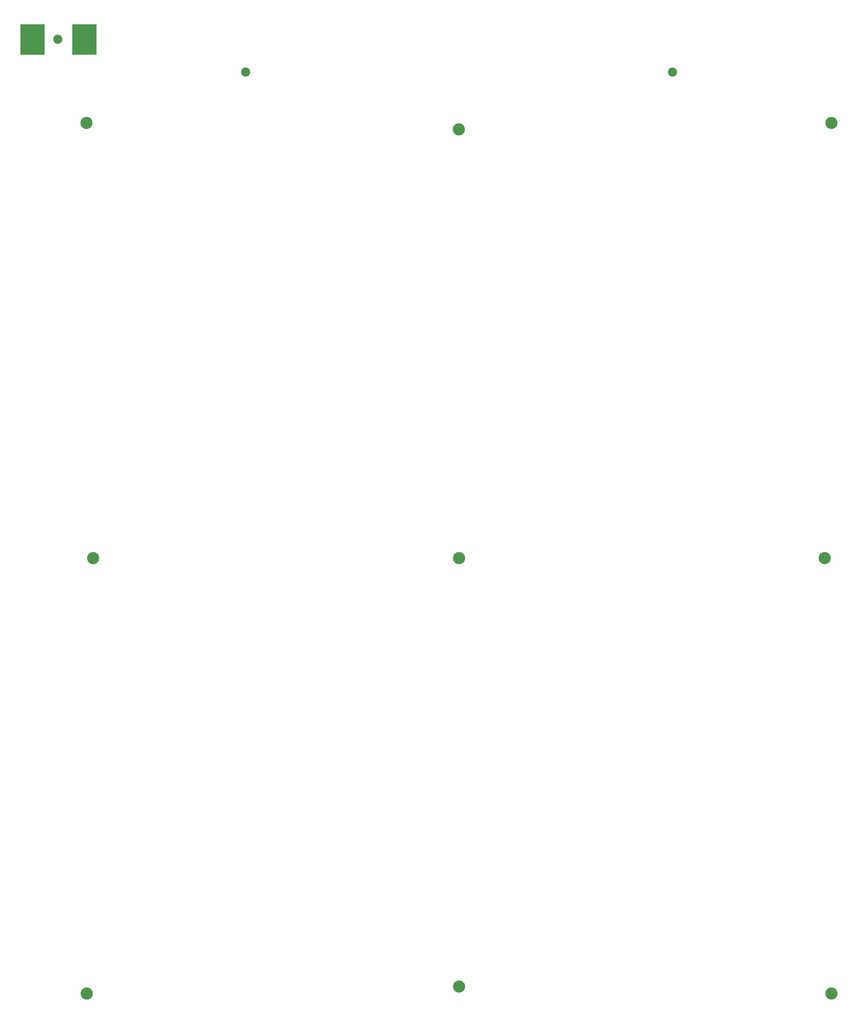
<source format=gbr>
%TF.GenerationSoftware,KiCad,Pcbnew,(6.0.9)*%
%TF.CreationDate,2023-01-15T15:11:06+01:00*%
%TF.ProjectId,Heatbed-MK52,48656174-6265-4642-9d4d-4b35322e6b69,rev?*%
%TF.SameCoordinates,Original*%
%TF.FileFunction,Soldermask,Bot*%
%TF.FilePolarity,Negative*%
%FSLAX46Y46*%
G04 Gerber Fmt 4.6, Leading zero omitted, Abs format (unit mm)*
G04 Created by KiCad (PCBNEW (6.0.9)) date 2023-01-15 15:11:06*
%MOMM*%
%LPD*%
G01*
G04 APERTURE LIST*
%ADD10R,8.000000X10.000000*%
%ADD11C,3.000000*%
%ADD12C,4.000000*%
G04 APERTURE END LIST*
D10*
%TO.C,VCC*%
X33450000Y427025000D03*
%TD*%
%TO.C,GND*%
X16450000Y427025000D03*
%TD*%
D11*
%TO.C,*%
X86350000Y416350000D03*
%TD*%
%TO.C,*%
X226350000Y416350000D03*
%TD*%
D12*
%TO.C,*%
X278500000Y114300000D03*
%TD*%
%TO.C,*%
X156350000Y116550000D03*
%TD*%
%TO.C,*%
X34200000Y114300000D03*
%TD*%
%TO.C,*%
X156350000Y257075000D03*
%TD*%
%TO.C,*%
X34075000Y399725000D03*
%TD*%
%TO.C,*%
X36350000Y257075000D03*
%TD*%
%TO.C,*%
X278575000Y399700000D03*
%TD*%
D11*
%TO.C,*%
X24725000Y427175000D03*
%TD*%
D12*
%TO.C,*%
X156325000Y397575000D03*
%TD*%
%TO.C,*%
X276375000Y257075000D03*
%TD*%
M02*

</source>
